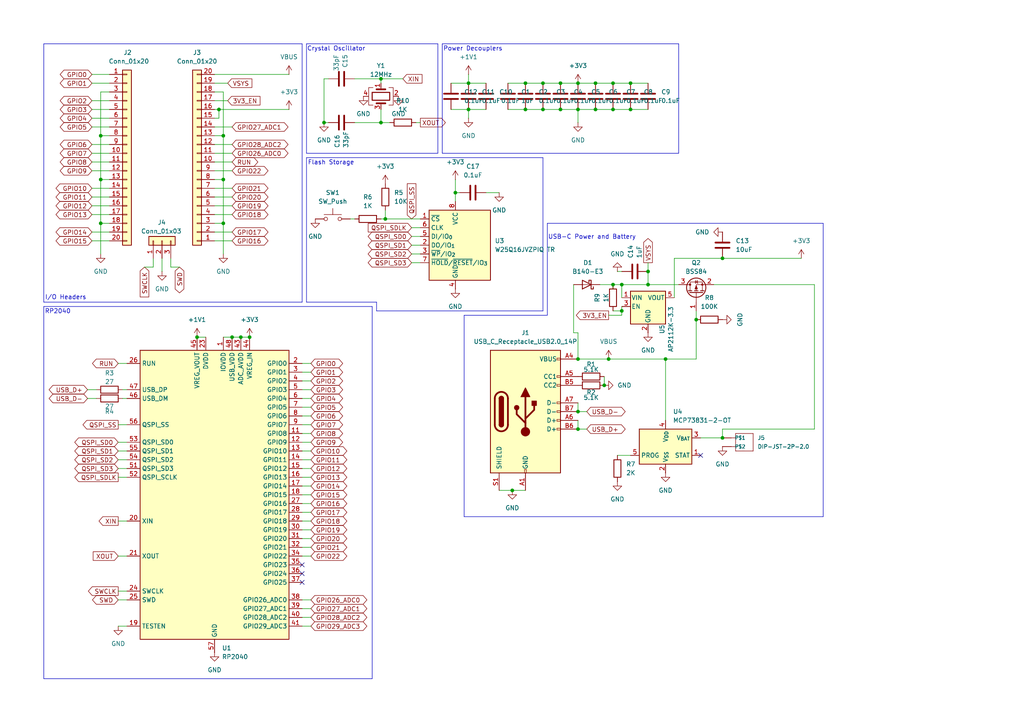
<source format=kicad_sch>
(kicad_sch (version 20250114) (generator "eeschema") (generator_version "9.0")
  (paper "A4")
  (lib_symbols
    (symbol "Battery_Management:MCP73831-2-OT"
      (property "Reference" "U" (at -7.62 6.35 0))
      (property "Value" "MCP73831-2-OT" (at 1.27 6.35 0))
      (symbol "MCP73831-2-OT_1_1"
        (pin input line (at -10.16 -2.54 0) (length 2.54) (name "PROG") (number "5"))
        (pin power_in line (at 0 7.62 270) (length 2.54) (name "V_{DD}") (number "4"))
        (pin power_in line (at 0 -7.62 90) (length 2.54) (name "V_{SS}") (number "2"))
        (pin power_out line (at 10.16 2.54 180) (length 2.54) (name "V_{BAT}") (number "3"))
        (pin tri_state line (at 10.16 -2.54 180) (length 2.54) (name "STAT") (number "1"))
      )
    )
    (symbol "Connector:USB_C_Receptacle_USB2.0_14P" (pin_names (offset 1.016))
      (property "Reference" "J" (at 0 22.225 0))
      (property "Value" "USB_C_Receptacle_USB2.0_14P" (at 0 19.685 0))
      (symbol "USB_C_Receptacle_USB2.0_14P_1_1"
        (pin passive line (at -7.62 -22.86 90) (length 5.08) (name "SHIELD") (number "S1"))
        (pin passive line (at 0 -22.86 90) (length 5.08) (name "GND") (number "A1"))
        (pin passive line (at 0 -22.86 90) (length 5.08) (hide yes) (name "GND") (number "A12"))
        (pin passive line (at 0 -22.86 90) (length 5.08) (hide yes) (name "GND") (number "B1"))
        (pin passive line (at 0 -22.86 90) (length 5.08) (hide yes) (name "GND") (number "B12"))
        (pin passive line (at 15.24 15.24 180) (length 5.08) (name "VBUS") (number "A4"))
        (pin passive line (at 15.24 15.24 180) (length 5.08) (hide yes) (name "VBUS") (number "A9"))
        (pin passive line (at 15.24 15.24 180) (length 5.08) (hide yes) (name "VBUS") (number "B4"))
        (pin passive line (at 15.24 15.24 180) (length 5.08) (hide yes) (name "VBUS") (number "B9"))
        (pin bidirectional line (at 15.24 10.16 180) (length 5.08) (name "CC1") (number "A5"))
        (pin bidirectional line (at 15.24 7.62 180) (length 5.08) (name "CC2") (number "B5"))
        (pin bidirectional line (at 15.24 2.54 180) (length 5.08) (name "D-") (number "A7"))
        (pin bidirectional line (at 15.24 0 180) (length 5.08) (name "D-") (number "B7"))
        (pin bidirectional line (at 15.24 -2.54 180) (length 5.08) (name "D+") (number "A6"))
        (pin bidirectional line (at 15.24 -5.08 180) (length 5.08) (name "D+") (number "B6"))
      )
    )
    (symbol "Connector_Generic:Conn_01x03" (pin_names (offset 1.016) (hide yes))
      (property "Reference" "J" (at 0 5.08 0))
      (property "Value" "Conn_01x03" (at 0 -5.08 0))
      (symbol "Conn_01x03_1_1"
        (pin passive line (at -5.08 2.54 0) (length 3.81) (name "Pin_1") (number "1"))
        (pin passive line (at -5.08 0 0) (length 3.81) (name "Pin_2") (number "2"))
        (pin passive line (at -5.08 -2.54 0) (length 3.81) (name "Pin_3") (number "3"))
      )
    )
    (symbol "Connector_Generic:Conn_01x20" (pin_names (offset 1.016) (hide yes))
      (property "Reference" "J" (at 0 25.4 0))
      (property "Value" "Conn_01x20" (at 0 -27.94 0))
      (symbol "Conn_01x20_1_1"
        (pin passive line (at -5.08 22.86 0) (length 3.81) (name "Pin_1") (number "1"))
        (pin passive line (at -5.08 20.32 0) (length 3.81) (name "Pin_2") (number "2"))
        (pin passive line (at -5.08 17.78 0) (length 3.81) (name "Pin_3") (number "3"))
        (pin passive line (at -5.08 15.24 0) (length 3.81) (name "Pin_4") (number "4"))
        (pin passive line (at -5.08 12.7 0) (length 3.81) (name "Pin_5") (number "5"))
        (pin passive line (at -5.08 10.16 0) (length 3.81) (name "Pin_6") (number "6"))
        (pin passive line (at -5.08 7.62 0) (length 3.81) (name "Pin_7") (number "7"))
        (pin passive line (at -5.08 5.08 0) (length 3.81) (name "Pin_8") (number "8"))
        (pin passive line (at -5.08 2.54 0) (length 3.81) (name "Pin_9") (number "9"))
        (pin passive line (at -5.08 0 0) (length 3.81) (name "Pin_10") (number "10"))
        (pin passive line (at -5.08 -2.54 0) (length 3.81) (name "Pin_11") (number "11"))
        (pin passive line (at -5.08 -5.08 0) (length 3.81) (name "Pin_12") (number "12"))
        (pin passive line (at -5.08 -7.62 0) (length 3.81) (name "Pin_13") (number "13"))
        (pin passive line (at -5.08 -10.16 0) (length 3.81) (name "Pin_14") (number "14"))
        (pin passive line (at -5.08 -12.7 0) (length 3.81) (name "Pin_15") (number "15"))
        (pin passive line (at -5.08 -15.24 0) (length 3.81) (name "Pin_16") (number "16"))
        (pin passive line (at -5.08 -17.78 0) (length 3.81) (name "Pin_17") (number "17"))
        (pin passive line (at -5.08 -20.32 0) (length 3.81) (name "Pin_18") (number "18"))
        (pin passive line (at -5.08 -22.86 0) (length 3.81) (name "Pin_19") (number "19"))
        (pin passive line (at -5.08 -25.4 0) (length 3.81) (name "Pin_20") (number "20"))
      )
    )
    (symbol "Device:C" (pin_numbers (hide yes)) (pin_names (offset 0.254))
      (property "Reference" "C" (at 0.635 2.54 0))
      (property "Value" "C" (at 0.635 -2.54 0))
      (symbol "C_1_1"
        (pin passive line (at 0 3.81 270) (length 2.794) (name "~") (number "1"))
        (pin passive line (at 0 -3.81 90) (length 2.794) (name "~") (number "2"))
      )
    )
    (symbol "Device:Crystal_GND24" (pin_names (offset 1.016) (hide yes))
      (property "Reference" "Y" (at 3.175 5.08 0))
      (property "Value" "Crystal_GND24" (at 3.175 3.175 0))
      (symbol "Crystal_GND24_1_1"
        (pin passive line (at -3.81 0 0) (length 1.27) (name "1") (number "1"))
        (pin passive line (at 0 5.08 270) (length 1.27) (name "2") (number "2"))
        (pin passive line (at 0 -5.08 90) (length 1.27) (name "4") (number "4"))
        (pin passive line (at 3.81 0 180) (length 1.27) (name "3") (number "3"))
      )
    )
    (symbol "Device:R" (pin_numbers (hide yes)) (pin_names (offset 0))
      (property "Reference" "R" (at 2.032 0 90))
      (property "Value" "R" (at 0 0 90))
      (symbol "R_1_1"
        (pin passive line (at 0 3.81 270) (length 1.27) (name "~") (number "1"))
        (pin passive line (at 0 -3.81 90) (length 1.27) (name "~") (number "2"))
      )
    )
    (symbol "Diode:B140-E3" (pin_numbers (hide yes)) (pin_names (hide yes))
      (property "Reference" "D" (at 0 2.54 0))
      (property "Value" "B140-E3" (at 0 -2.54 0))
      (symbol "B140-E3_1_1"
        (pin passive line (at -3.81 0 0) (length 2.54) (name "K") (number "1"))
        (pin passive line (at 3.81 0 180) (length 2.54) (name "A") (number "2"))
      )
    )
    (symbol "MCU_RaspberryPi:RP2040"
      (property "Reference" "U" (at 17.78 45.72 0))
      (property "Value" "RP2040" (at 17.78 43.18 0))
      (symbol "RP2040_1_1"
        (pin input line (at -25.4 38.1 0) (length 3.81) (name "RUN") (number "26"))
        (pin bidirectional line (at -25.4 30.48 0) (length 3.81) (name "USB_DP") (number "47"))
        (pin bidirectional line (at -25.4 27.94 0) (length 3.81) (name "USB_DM") (number "46"))
        (pin bidirectional line (at -25.4 20.32 0) (length 3.81) (name "QSPI_SS") (number "56"))
        (pin bidirectional line (at -25.4 15.24 0) (length 3.81) (name "QSPI_SD0") (number "53"))
        (pin bidirectional line (at -25.4 12.7 0) (length 3.81) (name "QSPI_SD1") (number "55"))
        (pin bidirectional line (at -25.4 10.16 0) (length 3.81) (name "QSPI_SD2") (number "54"))
        (pin bidirectional line (at -25.4 7.62 0) (length 3.81) (name "QSPI_SD3") (number "51"))
        (pin output line (at -25.4 5.08 0) (length 3.81) (name "QSPI_SCLK") (number "52"))
        (pin input line (at -25.4 -7.62 0) (length 3.81) (name "XIN") (number "20"))
        (pin passive line (at -25.4 -17.78 0) (length 3.81) (name "XOUT") (number "21"))
        (pin input line (at -25.4 -27.94 0) (length 3.81) (name "SWCLK") (number "24"))
        (pin bidirectional line (at -25.4 -30.48 0) (length 3.81) (name "SWD") (number "25"))
        (pin input line (at -25.4 -38.1 0) (length 3.81) (name "TESTEN") (number "19"))
        (pin power_out line (at -5.08 45.72 270) (length 3.81) (name "VREG_VOUT") (number "45"))
        (pin power_in line (at -2.54 45.72 270) (length 3.81) (name "DVDD") (number "23"))
        (pin passive line (at -2.54 45.72 270) (length 3.81) (hide yes) (name "DVDD") (number "50"))
        (pin power_in line (at 0 -45.72 90) (length 3.81) (name "GND") (number "57"))
        (pin power_in line (at 2.54 45.72 270) (length 3.81) (name "IOVDD") (number "1"))
        (pin passive line (at 2.54 45.72 270) (length 3.81) (hide yes) (name "IOVDD") (number "10"))
        (pin passive line (at 2.54 45.72 270) (length 3.81) (hide yes) (name "IOVDD") (number "22"))
        (pin passive line (at 2.54 45.72 270) (length 3.81) (hide yes) (name "IOVDD") (number "33"))
        (pin passive line (at 2.54 45.72 270) (length 3.81) (hide yes) (name "IOVDD") (number "42"))
        (pin passive line (at 2.54 45.72 270) (length 3.81) (hide yes) (name "IOVDD") (number "49"))
        (pin power_in line (at 5.08 45.72 270) (length 3.81) (name "USB_VDD") (number "48"))
        (pin power_in line (at 7.62 45.72 270) (length 3.81) (name "ADC_AVDD") (number "43"))
        (pin power_in line (at 10.16 45.72 270) (length 3.81) (name "VREG_IN") (number "44"))
        (pin bidirectional line (at 25.4 38.1 180) (length 3.81) (name "GPIO0") (number "2"))
        (pin bidirectional line (at 25.4 35.56 180) (length 3.81) (name "GPIO1") (number "3"))
        (pin bidirectional line (at 25.4 33.02 180) (length 3.81) (name "GPIO2") (number "4"))
        (pin bidirectional line (at 25.4 30.48 180) (length 3.81) (name "GPIO3") (number "5"))
        (pin bidirectional line (at 25.4 27.94 180) (length 3.81) (name "GPIO4") (number "6"))
        (pin bidirectional line (at 25.4 25.4 180) (length 3.81) (name "GPIO5") (number "7"))
        (pin bidirectional line (at 25.4 22.86 180) (length 3.81) (name "GPIO6") (number "8"))
        (pin bidirectional line (at 25.4 20.32 180) (length 3.81) (name "GPIO7") (number "9"))
        (pin bidirectional line (at 25.4 17.78 180) (length 3.81) (name "GPIO8") (number "11"))
        (pin bidirectional line (at 25.4 15.24 180) (length 3.81) (name "GPIO9") (number "12"))
        (pin bidirectional line (at 25.4 12.7 180) (length 3.81) (name "GPIO10") (number "13"))
        (pin bidirectional line (at 25.4 10.16 180) (length 3.81) (name "GPIO11") (number "14"))
        (pin bidirectional line (at 25.4 7.62 180) (length 3.81) (name "GPIO12") (number "15"))
        (pin bidirectional line (at 25.4 5.08 180) (length 3.81) (name "GPIO13") (number "16"))
        (pin bidirectional line (at 25.4 2.54 180) (length 3.81) (name "GPIO14") (number "17"))
        (pin bidirectional line (at 25.4 0 180) (length 3.81) (name "GPIO15") (number "18"))
        (pin bidirectional line (at 25.4 -2.54 180) (length 3.81) (name "GPIO16") (number "27"))
        (pin bidirectional line (at 25.4 -5.08 180) (length 3.81) (name "GPIO17") (number "28"))
        (pin bidirectional line (at 25.4 -7.62 180) (length 3.81) (name "GPIO18") (number "29"))
        (pin bidirectional line (at 25.4 -10.16 180) (length 3.81) (name "GPIO19") (number "30"))
        (pin bidirectional line (at 25.4 -12.7 180) (length 3.81) (name "GPIO20") (number "31"))
        (pin bidirectional line (at 25.4 -15.24 180) (length 3.81) (name "GPIO21") (number "32"))
        (pin bidirectional line (at 25.4 -17.78 180) (length 3.81) (name "GPIO22") (number "34"))
        (pin bidirectional line (at 25.4 -20.32 180) (length 3.81) (name "GPIO23") (number "35"))
        (pin bidirectional line (at 25.4 -22.86 180) (length 3.81) (name "GPIO24") (number "36"))
        (pin bidirectional line (at 25.4 -25.4 180) (length 3.81) (name "GPIO25") (number "37"))
        (pin bidirectional line (at 25.4 -30.48 180) (length 3.81) (name "GPIO26_ADC0") (number "38"))
        (pin bidirectional line (at 25.4 -33.02 180) (length 3.81) (name "GPIO27_ADC1") (number "39"))
        (pin bidirectional line (at 25.4 -35.56 180) (length 3.81) (name "GPIO28_ADC2") (number "40"))
        (pin bidirectional line (at 25.4 -38.1 180) (length 3.81) (name "GPIO29_ADC3") (number "41"))
      )
    )
    (symbol "Memory_Flash:W25Q128JVS"
      (property "Reference" "U" (at -6.35 11.43 0))
      (property "Value" "W25Q128JVS" (at 7.62 11.43 0))
      (symbol "W25Q128JVS_1_1"
        (pin input line (at -10.16 7.62 0) (length 2.54) (name "~{CS}") (number "1"))
        (pin input line (at -10.16 5.08 0) (length 2.54) (name "CLK") (number "6"))
        (pin bidirectional line (at -10.16 2.54 0) (length 2.54) (name "DI/IO_{0}") (number "5"))
        (pin bidirectional line (at -10.16 0 0) (length 2.54) (name "DO/IO_{1}") (number "2"))
        (pin bidirectional line (at -10.16 -2.54 0) (length 2.54) (name "~{WP}/IO_{2}") (number "3"))
        (pin bidirectional line (at -10.16 -5.08 0) (length 2.54) (name "~{HOLD}/~{RESET}/IO_{3}") (number "7"))
        (pin power_in line (at 0 12.7 270) (length 2.54) (name "VCC") (number "8"))
        (pin power_in line (at 0 -12.7 90) (length 2.54) (name "GND") (number "4"))
      )
    )
    (symbol "OPL_Connector:DIP-JST-2P-2.0" (pin_numbers (hide yes)) (pin_names (offset 1.016))
      (property "Reference" "J" (at -3.81 3.81 0))
      (property "Value" "DIP-JST-2P-2.0" (at 2.54 3.81 0))
      (symbol "DIP-JST-2P-2.0_1_1"
        (pin bidirectional line (at -2.54 1.27 0) (length 2.54) (name "P$1") (number "1"))
        (pin bidirectional line (at -2.54 -1.27 0) (length 2.54) (name "P$2") (number "2"))
      )
    )
    (symbol "Regulator_Linear:AP2112K-3.3" (pin_names (offset 0.254))
      (property "Reference" "U" (at -5.08 5.715 0))
      (property "Value" "AP2112K-3.3" (at 0 5.715 0))
      (symbol "AP2112K-3.3_1_1"
        (pin power_in line (at -7.62 2.54 0) (length 2.54) (name "VIN") (number "1"))
        (pin input line (at -7.62 0 0) (length 2.54) (name "EN") (number "3"))
        (pin power_in line (at 0 -7.62 90) (length 2.54) (name "GND") (number "2"))
        (pin no_connect line (at 5.08 0 180) (length 2.54) (hide yes) (name "NC") (number "4"))
        (pin power_out line (at 7.62 2.54 180) (length 2.54) (name "VOUT") (number "5"))
      )
    )
    (symbol "Switch:SW_Push" (pin_numbers (hide yes)) (pin_names (offset 1.016) (hide yes))
      (property "Reference" "SW" (at 1.27 2.54 0))
      (property "Value" "SW_Push" (at 0 -1.524 0))
      (symbol "SW_Push_0_1"
        (pin passive line (at -5.08 0 0) (length 2.54) (name "1") (number "1"))
        (pin passive line (at 5.08 0 180) (length 2.54) (name "2") (number "2"))
      )
    )
    (symbol "Transistor_FET:BSS84" (pin_names (hide yes))
      (property "Reference" "Q" (at 5.08 1.905 0))
      (property "Value" "BSS84" (at 5.08 0 0))
      (symbol "BSS84_1_1"
        (pin input line (at -5.08 0 0) (length 2.54) (name "G") (number "1"))
        (pin passive line (at 2.54 5.08 270) (length 2.54) (name "D") (number "3"))
        (pin passive line (at 2.54 -5.08 90) (length 2.54) (name "S") (number "2"))
      )
    )
    (symbol "power:+1V1" (power) (pin_numbers (hide yes)) (pin_names (offset 0) (hide yes))
      (property "Value" "+1V1" (at 0 3.556 0))
      (symbol "+1V1_1_1"
        (pin power_in line (at 0 0 90) (length 0) (name "~") (number "1"))
      )
    )
    (symbol "power:+3V3" (power) (pin_numbers (hide yes)) (pin_names (offset 0) (hide yes))
      (property "Value" "+3V3" (at 0 3.556 0))
      (symbol "+3V3_1_1"
        (pin power_in line (at 0 0 90) (length 0) (name "~") (number "1"))
      )
    )
    (symbol "power:GND" (power) (pin_numbers (hide yes)) (pin_names (offset 0) (hide yes))
      (property "Value" "GND" (at 0 -3.81 0))
      (symbol "GND_1_1"
        (pin power_in line (at 0 0 270) (length 0) (name "~") (number "1"))
      )
    )
    (symbol "power:VBUS" (power) (pin_numbers (hide yes)) (pin_names (offset 0) (hide yes))
      (property "Value" "VBUS" (at 0 3.556 0))
      (symbol "VBUS_1_1"
        (pin power_in line (at 0 0 90) (length 0) (name "~") (number "1"))
      )
    )
  )
  (text "Power Decouplers\n" (at 137.16 14.224 0) (effects (font (size 1.27 1.27))))
  (text "Flash Storage\n" (at 96.012 47.244 0) (effects (font (size 1.27 1.27))))
  (text "Crystal Oscillator\n" (at 97.536 14.224 0) (effects (font (size 1.27 1.27))))
  (text "USB-C Power and Battery" (at 171.704 68.834 0) (effects (font (size 1.27 1.27))))
  (text "RP2040" (at 16.764 90.424 0) (effects (font (size 1.27 1.27))))
  (text "I/O Headers\n" (at 19.05 86.36 0) (effects (font (size 1.27 1.27))))
  (junction (at 69.85 97.79))
  (junction (at 187.96 78.74))
  (junction (at 177.8 24.13))
  (junction (at 29.21 39.37))
  (junction (at 176.53 104.14))
  (junction (at 175.26 111.76))
  (junction (at 148.59 142.24))
  (junction (at 180.34 82.55))
  (junction (at 64.77 39.37))
  (junction (at 177.8 82.55))
  (junction (at 63.5 31.75))
  (junction (at 67.31 97.79))
  (junction (at 110.49 35.56))
  (junction (at 182.88 31.75))
  (junction (at 29.21 52.07))
  (junction (at 167.64 104.14))
  (junction (at 209.55 74.93))
  (junction (at 157.48 24.13))
  (junction (at 111.76 63.5))
  (junction (at 162.56 31.75))
  (junction (at 157.48 31.75))
  (junction (at 72.39 97.79))
  (junction (at 182.88 24.13))
  (junction (at 64.77 64.77))
  (junction (at 167.64 119.38))
  (junction (at 110.49 22.86))
  (junction (at 29.21 64.77))
  (junction (at 132.08 55.88))
  (junction (at 180.34 90.17))
  (junction (at 167.64 24.13))
  (junction (at 172.72 24.13))
  (junction (at 177.8 31.75))
  (junction (at 57.15 97.79))
  (junction (at 64.77 52.07))
  (junction (at 187.96 82.55))
  (junction (at 135.89 24.13))
  (junction (at 152.4 24.13))
  (junction (at 162.56 24.13))
  (junction (at 93.98 35.56))
  (junction (at 135.89 31.75))
  (junction (at 209.55 127))
  (junction (at 201.93 92.71))
  (junction (at 193.04 104.14))
  (junction (at 167.64 124.46))
  (junction (at 172.72 31.75))
  (junction (at 167.64 31.75))
  (junction (at 152.4 31.75))
  (no_connect (at 87.63 168.91))
  (no_connect (at 87.63 163.83))
  (no_connect (at 87.63 166.37))
  (no_connect (at 203.2 132.08))
  (wire (pts (xy 132.08 55.88) (xy 132.08 58.42)))
  (wire (pts (xy 26.67 67.31) (xy 31.75 67.31)))
  (wire (pts (xy 62.23 67.31) (xy 67.31 67.31)))
  (wire (pts (xy 26.67 29.21) (xy 31.75 29.21)))
  (wire (pts (xy 64.77 39.37) (xy 64.77 52.07)))
  (wire (pts (xy 64.77 64.77) (xy 64.77 73.66)))
  (wire (pts (xy 29.21 26.67) (xy 29.21 39.37)))
  (polyline (pts (xy 238.76 64.77) (xy 238.76 149.86)))
  (wire (pts (xy 148.59 142.24) (xy 152.4 142.24)))
  (wire (pts (xy 132.08 52.07) (xy 132.08 55.88)))
  (wire (pts (xy 87.63 179.07) (xy 90.17 179.07)))
  (wire (pts (xy 166.37 82.55) (xy 166.37 96.52)))
  (wire (pts (xy 176.53 91.44) (xy 180.34 91.44)))
  (wire (pts (xy 93.98 22.86) (xy 95.25 22.86)))
  (wire (pts (xy 167.64 96.52) (xy 167.64 104.14)))
  (polyline (pts (xy 12.7 88.9) (xy 107.95 88.9)))
  (polyline (pts (xy 87.63 12.7) (xy 87.63 87.63)))
  (polyline (pts (xy 127 12.7) (xy 127 44.45)))
  (wire (pts (xy 29.21 39.37) (xy 29.21 52.07)))
  (wire (pts (xy 29.21 39.37) (xy 31.75 39.37)))
  (polyline (pts (xy 109.22 90.17) (xy 109.22 87.63)))
  (wire (pts (xy 49.53 77.47) (xy 52.07 77.47)))
  (wire (pts (xy 29.21 64.77) (xy 31.75 64.77)))
  (wire (pts (xy 26.67 69.85) (xy 31.75 69.85)))
  (wire (pts (xy 26.67 57.15) (xy 31.75 57.15)))
  (wire (pts (xy 87.63 107.95) (xy 90.17 107.95)))
  (wire (pts (xy 101.6 63.5) (xy 102.87 63.5)))
  (wire (pts (xy 29.21 64.77) (xy 29.21 73.66)))
  (wire (pts (xy 26.67 36.83) (xy 31.75 36.83)))
  (wire (pts (xy 25.4 113.03) (xy 27.94 113.03)))
  (wire (pts (xy 87.63 118.11) (xy 90.17 118.11)))
  (wire (pts (xy 62.23 69.85) (xy 67.31 69.85)))
  (wire (pts (xy 87.63 105.41) (xy 90.17 105.41)))
  (wire (pts (xy 34.29 133.35) (xy 36.83 133.35)))
  (wire (pts (xy 49.53 74.93) (xy 49.53 77.47)))
  (wire (pts (xy 193.04 104.14) (xy 201.93 104.14)))
  (wire (pts (xy 102.87 35.56) (xy 110.49 35.56)))
  (wire (pts (xy 195.58 74.93) (xy 209.55 74.93)))
  (wire (pts (xy 180.34 91.44) (xy 180.34 90.17)))
  (wire (pts (xy 87.63 125.73) (xy 90.17 125.73)))
  (wire (pts (xy 57.15 97.79) (xy 59.69 97.79)))
  (wire (pts (xy 62.23 34.29) (xy 63.5 34.29)))
  (wire (pts (xy 140.97 55.88) (xy 144.78 55.88)))
  (wire (pts (xy 180.34 82.55) (xy 180.34 86.36)))
  (wire (pts (xy 87.63 140.97) (xy 90.17 140.97)))
  (wire (pts (xy 34.29 173.99) (xy 36.83 173.99)))
  (wire (pts (xy 87.63 110.49) (xy 90.17 110.49)))
  (wire (pts (xy 175.26 109.22) (xy 175.26 111.76)))
  (wire (pts (xy 182.88 24.13) (xy 187.96 24.13)))
  (polyline (pts (xy 107.95 196.85) (xy 12.7 196.85)))
  (wire (pts (xy 111.76 63.5) (xy 121.92 63.5)))
  (wire (pts (xy 62.23 39.37) (xy 64.77 39.37)))
  (wire (pts (xy 167.64 121.92) (xy 167.64 124.46)))
  (wire (pts (xy 62.23 21.59) (xy 83.82 21.59)))
  (wire (pts (xy 187.96 78.74) (xy 187.96 82.55)))
  (wire (pts (xy 147.32 31.75) (xy 152.4 31.75)))
  (wire (pts (xy 34.29 128.27) (xy 36.83 128.27)))
  (wire (pts (xy 44.45 77.47) (xy 41.91 77.47)))
  (wire (pts (xy 157.48 31.75) (xy 162.56 31.75)))
  (wire (pts (xy 25.4 115.57) (xy 27.94 115.57)))
  (wire (pts (xy 130.81 24.13) (xy 135.89 24.13)))
  (wire (pts (xy 62.23 57.15) (xy 67.31 57.15)))
  (wire (pts (xy 172.72 24.13) (xy 177.8 24.13)))
  (wire (pts (xy 119.38 73.66) (xy 121.92 73.66)))
  (wire (pts (xy 147.32 24.13) (xy 152.4 24.13)))
  (wire (pts (xy 34.29 105.41) (xy 36.83 105.41)))
  (polyline (pts (xy 12.7 12.7) (xy 87.63 12.7)))
  (wire (pts (xy 62.23 24.13) (xy 66.04 24.13)))
  (wire (pts (xy 87.63 128.27) (xy 90.17 128.27)))
  (wire (pts (xy 110.49 22.86) (xy 116.84 22.86)))
  (wire (pts (xy 87.63 156.21) (xy 90.17 156.21)))
  (wire (pts (xy 62.23 49.53) (xy 67.31 49.53)))
  (wire (pts (xy 176.53 104.14) (xy 193.04 104.14)))
  (wire (pts (xy 167.64 119.38) (xy 170.18 119.38)))
  (wire (pts (xy 209.55 74.93) (xy 232.41 74.93)))
  (polyline (pts (xy 109.22 87.63) (xy 88.9 87.63)))
  (polyline (pts (xy 157.48 45.72) (xy 157.48 90.17)))
  (polyline (pts (xy 127 44.45) (xy 88.9 44.45)))
  (wire (pts (xy 87.63 143.51) (xy 90.17 143.51)))
  (wire (pts (xy 62.23 54.61) (xy 67.31 54.61)))
  (wire (pts (xy 87.63 158.75) (xy 90.17 158.75)))
  (wire (pts (xy 179.07 78.74) (xy 180.34 78.74)))
  (polyline (pts (xy 134.62 91.44) (xy 134.62 149.86)))
  (wire (pts (xy 201.93 92.71) (xy 201.93 104.14)))
  (wire (pts (xy 236.22 124.46) (xy 209.55 124.46)))
  (wire (pts (xy 119.38 71.12) (xy 121.92 71.12)))
  (wire (pts (xy 177.8 90.17) (xy 180.34 90.17)))
  (wire (pts (xy 195.58 74.93) (xy 195.58 86.36)))
  (wire (pts (xy 44.45 74.93) (xy 44.45 77.47)))
  (wire (pts (xy 152.4 24.13) (xy 157.48 24.13)))
  (polyline (pts (xy 88.9 45.72) (xy 157.48 45.72)))
  (wire (pts (xy 62.23 59.69) (xy 67.31 59.69)))
  (wire (pts (xy 62.23 29.21) (xy 66.04 29.21)))
  (wire (pts (xy 173.99 82.55) (xy 177.8 82.55)))
  (wire (pts (xy 26.67 24.13) (xy 31.75 24.13)))
  (wire (pts (xy 87.63 138.43) (xy 90.17 138.43)))
  (wire (pts (xy 64.77 26.67) (xy 64.77 39.37)))
  (wire (pts (xy 62.23 62.23) (xy 67.31 62.23)))
  (wire (pts (xy 87.63 133.35) (xy 90.17 133.35)))
  (wire (pts (xy 236.22 82.55) (xy 236.22 124.46)))
  (wire (pts (xy 26.67 59.69) (xy 31.75 59.69)))
  (polyline (pts (xy 88.9 12.7) (xy 88.9 44.45)))
  (polyline (pts (xy 158.75 64.77) (xy 158.75 91.44)))
  (wire (pts (xy 62.23 31.75) (xy 63.5 31.75)))
  (wire (pts (xy 203.2 127) (xy 209.55 127)))
  (wire (pts (xy 135.89 24.13) (xy 140.97 24.13)))
  (wire (pts (xy 26.67 49.53) (xy 31.75 49.53)))
  (wire (pts (xy 93.98 22.86) (xy 93.98 35.56)))
  (wire (pts (xy 34.29 181.61) (xy 36.83 181.61)))
  (wire (pts (xy 26.67 54.61) (xy 31.75 54.61)))
  (wire (pts (xy 31.75 26.67) (xy 29.21 26.67)))
  (wire (pts (xy 87.63 123.19) (xy 90.17 123.19)))
  (wire (pts (xy 135.89 31.75) (xy 140.97 31.75)))
  (wire (pts (xy 177.8 31.75) (xy 182.88 31.75)))
  (wire (pts (xy 167.64 104.14) (xy 176.53 104.14)))
  (polyline (pts (xy 12.7 88.9) (xy 12.7 196.85)))
  (wire (pts (xy 62.23 41.91) (xy 67.31 41.91)))
  (wire (pts (xy 187.96 76.2) (xy 187.96 78.74)))
  (wire (pts (xy 87.63 146.05) (xy 90.17 146.05)))
  (wire (pts (xy 180.34 90.17) (xy 180.34 88.9)))
  (wire (pts (xy 64.77 97.79) (xy 67.31 97.79)))
  (wire (pts (xy 102.87 22.86) (xy 110.49 22.86)))
  (wire (pts (xy 87.63 161.29) (xy 90.17 161.29)))
  (wire (pts (xy 132.08 55.88) (xy 133.35 55.88)))
  (polyline (pts (xy 134.62 149.86) (xy 238.76 149.86)))
  (wire (pts (xy 207.01 82.55) (xy 236.22 82.55)))
  (wire (pts (xy 110.49 22.86) (xy 110.49 24.13)))
  (polyline (pts (xy 12.7 12.7) (xy 12.7 87.63)))
  (wire (pts (xy 87.63 113.03) (xy 90.17 113.03)))
  (wire (pts (xy 135.89 21.59) (xy 135.89 24.13)))
  (wire (pts (xy 26.67 31.75) (xy 31.75 31.75)))
  (wire (pts (xy 162.56 31.75) (xy 167.64 31.75)))
  (wire (pts (xy 119.38 76.2) (xy 121.92 76.2)))
  (wire (pts (xy 26.67 44.45) (xy 31.75 44.45)))
  (wire (pts (xy 35.56 115.57) (xy 36.83 115.57)))
  (wire (pts (xy 162.56 24.13) (xy 167.64 24.13)))
  (wire (pts (xy 26.67 62.23) (xy 31.75 62.23)))
  (wire (pts (xy 179.07 132.08) (xy 182.88 132.08)))
  (wire (pts (xy 29.21 52.07) (xy 31.75 52.07)))
  (wire (pts (xy 87.63 181.61) (xy 90.17 181.61)))
  (wire (pts (xy 35.56 113.03) (xy 36.83 113.03)))
  (polyline (pts (xy 157.48 90.17) (xy 109.22 90.17)))
  (wire (pts (xy 34.29 135.89) (xy 36.83 135.89)))
  (wire (pts (xy 34.29 123.19) (xy 36.83 123.19)))
  (wire (pts (xy 87.63 130.81) (xy 90.17 130.81)))
  (wire (pts (xy 120.65 35.56) (xy 121.92 35.56)))
  (wire (pts (xy 187.96 82.55) (xy 196.85 82.55)))
  (polyline (pts (xy 107.95 88.9) (xy 107.95 196.85)))
  (polyline (pts (xy 238.76 64.77) (xy 158.75 64.77)))
  (polyline (pts (xy 128.27 12.7) (xy 196.85 12.7)))
  (wire (pts (xy 34.29 161.29) (xy 36.83 161.29)))
  (wire (pts (xy 62.23 64.77) (xy 64.77 64.77)))
  (wire (pts (xy 87.63 148.59) (xy 90.17 148.59)))
  (wire (pts (xy 26.67 46.99) (xy 31.75 46.99)))
  (polyline (pts (xy 87.63 87.63) (xy 12.7 87.63)))
  (polyline (pts (xy 196.85 44.45) (xy 196.85 12.7)))
  (wire (pts (xy 62.23 44.45) (xy 67.31 44.45)))
  (wire (pts (xy 87.63 153.67) (xy 90.17 153.67)))
  (wire (pts (xy 201.93 90.17) (xy 201.93 92.71)))
  (wire (pts (xy 34.29 171.45) (xy 36.83 171.45)))
  (wire (pts (xy 182.88 31.75) (xy 187.96 31.75)))
  (wire (pts (xy 26.67 41.91) (xy 31.75 41.91)))
  (wire (pts (xy 172.72 31.75) (xy 177.8 31.75)))
  (wire (pts (xy 87.63 135.89) (xy 90.17 135.89)))
  (wire (pts (xy 62.23 52.07) (xy 64.77 52.07)))
  (wire (pts (xy 69.85 97.79) (xy 72.39 97.79)))
  (wire (pts (xy 46.99 74.93) (xy 46.99 78.74)))
  (wire (pts (xy 180.34 82.55) (xy 187.96 82.55)))
  (wire (pts (xy 144.78 142.24) (xy 148.59 142.24)))
  (wire (pts (xy 87.63 120.65) (xy 90.17 120.65)))
  (polyline (pts (xy 128.27 12.7) (xy 128.27 44.45)))
  (polyline (pts (xy 88.9 12.7) (xy 127 12.7)))
  (wire (pts (xy 62.23 26.67) (xy 64.77 26.67)))
  (wire (pts (xy 110.49 63.5) (xy 111.76 63.5)))
  (wire (pts (xy 119.38 68.58) (xy 121.92 68.58)))
  (wire (pts (xy 130.81 31.75) (xy 135.89 31.75)))
  (wire (pts (xy 34.29 138.43) (xy 36.83 138.43)))
  (wire (pts (xy 93.98 35.56) (xy 95.25 35.56)))
  (wire (pts (xy 167.64 116.84) (xy 167.64 119.38)))
  (wire (pts (xy 177.8 24.13) (xy 182.88 24.13)))
  (wire (pts (xy 166.37 96.52) (xy 167.64 96.52)))
  (wire (pts (xy 87.63 151.13) (xy 90.17 151.13)))
  (wire (pts (xy 167.64 31.75) (xy 172.72 31.75)))
  (polyline (pts (xy 88.9 45.72) (xy 88.9 87.63)))
  (wire (pts (xy 87.63 115.57) (xy 90.17 115.57)))
  (wire (pts (xy 177.8 83.82) (xy 177.8 82.55)))
  (wire (pts (xy 29.21 52.07) (xy 29.21 64.77)))
  (wire (pts (xy 67.31 97.79) (xy 69.85 97.79)))
  (wire (pts (xy 177.8 82.55) (xy 180.34 82.55)))
  (wire (pts (xy 34.29 130.81) (xy 36.83 130.81)))
  (wire (pts (xy 63.5 34.29) (xy 63.5 31.75)))
  (wire (pts (xy 110.49 35.56) (xy 113.03 35.56)))
  (wire (pts (xy 63.5 31.75) (xy 83.82 31.75)))
  (wire (pts (xy 26.67 34.29) (xy 31.75 34.29)))
  (wire (pts (xy 87.63 176.53) (xy 90.17 176.53)))
  (polyline (pts (xy 128.27 44.45) (xy 196.85 44.45)))
  (wire (pts (xy 111.76 60.96) (xy 111.76 63.5)))
  (wire (pts (xy 152.4 31.75) (xy 157.48 31.75)))
  (wire (pts (xy 209.55 124.46) (xy 209.55 127)))
  (wire (pts (xy 62.23 36.83) (xy 67.31 36.83)))
  (wire (pts (xy 62.23 46.99) (xy 67.31 46.99)))
  (wire (pts (xy 135.89 34.29) (xy 135.89 31.75)))
  (polyline (pts (xy 158.75 91.44) (xy 134.62 91.44)))
  (wire (pts (xy 34.29 151.13) (xy 36.83 151.13)))
  (wire (pts (xy 87.63 173.99) (xy 90.17 173.99)))
  (wire (pts (xy 167.64 24.13) (xy 172.72 24.13)))
  (wire (pts (xy 26.67 21.59) (xy 31.75 21.59)))
  (wire (pts (xy 64.77 52.07) (xy 64.77 64.77)))
  (wire (pts (xy 119.38 66.04) (xy 121.92 66.04)))
  (wire (pts (xy 167.64 35.56) (xy 167.64 31.75)))
  (wire (pts (xy 167.64 124.46) (xy 170.18 124.46)))
  (wire (pts (xy 157.48 24.13) (xy 162.56 24.13)))
  (wire (pts (xy 110.49 35.56) (xy 110.49 31.75)))
  (wire (pts (xy 193.04 121.92) (xy 193.04 104.14)))
  (global_label "USB_D-" (shape bidirectional) (at 170.18 119.38 0) (property "Intersheetrefs" "${INTERSHEET_REFS}" (effects (hide yes))))
  (global_label "GPIO29_ADC3" (shape bidirectional) (at 90.17 181.61 0) (property "Intersheetrefs" "${INTERSHEET_REFS}" (effects (hide yes))))
  (global_label "SWD" (shape bidirectional) (at 52.07 77.47 270) (property "Intersheetrefs" "${INTERSHEET_REFS}" (effects (hide yes))))
  (global_label "GPIO15" (shape bidirectional) (at 26.67 69.85 180) (property "Intersheetrefs" "${INTERSHEET_REFS}" (effects (hide yes))))
  (global_label "GPIO5" (shape bidirectional) (at 90.17 118.11 0) (property "Intersheetrefs" "${INTERSHEET_REFS}" (effects (hide yes))))
  (global_label "GPIO9" (shape bidirectional) (at 26.67 49.53 180) (property "Intersheetrefs" "${INTERSHEET_REFS}" (effects (hide yes))))
  (global_label "GPIO22" (shape bidirectional) (at 67.31 49.53 0) (property "Intersheetrefs" "${INTERSHEET_REFS}" (effects (hide yes))))
  (global_label "GPIO2" (shape bidirectional) (at 90.17 110.49 0) (property "Intersheetrefs" "${INTERSHEET_REFS}" (effects (hide yes))))
  (global_label "QSPI_SD0" (shape bidirectional) (at 119.38 68.58 180) (property "Intersheetrefs" "${INTERSHEET_REFS}" (effects (hide yes))))
  (global_label "GPIO21" (shape bidirectional) (at 67.31 54.61 0) (property "Intersheetrefs" "${INTERSHEET_REFS}" (effects (hide yes))))
  (global_label "GPIO8" (shape bidirectional) (at 26.67 46.99 180) (property "Intersheetrefs" "${INTERSHEET_REFS}" (effects (hide yes))))
  (global_label "GPIO20" (shape bidirectional) (at 67.31 57.15 0) (property "Intersheetrefs" "${INTERSHEET_REFS}" (effects (hide yes))))
  (global_label "GPIO14" (shape bidirectional) (at 26.67 67.31 180) (property "Intersheetrefs" "${INTERSHEET_REFS}" (effects (hide yes))))
  (global_label "GPIO4" (shape bidirectional) (at 26.67 34.29 180) (property "Intersheetrefs" "${INTERSHEET_REFS}" (effects (hide yes))))
  (global_label "GPIO15" (shape bidirectional) (at 90.17 143.51 0) (property "Intersheetrefs" "${INTERSHEET_REFS}" (effects (hide yes))))
  (global_label "GPIO27_ADC1" (shape bidirectional) (at 90.17 176.53 0) (property "Intersheetrefs" "${INTERSHEET_REFS}" (effects (hide yes))))
  (global_label "GPIO6" (shape bidirectional) (at 90.17 120.65 0) (property "Intersheetrefs" "${INTERSHEET_REFS}" (effects (hide yes))))
  (global_label "GPIO28_ADC2" (shape bidirectional) (at 67.31 41.91 0) (property "Intersheetrefs" "${INTERSHEET_REFS}" (effects (hide yes))))
  (global_label "GPIO18" (shape bidirectional) (at 67.31 62.23 0) (property "Intersheetrefs" "${INTERSHEET_REFS}" (effects (hide yes))))
  (global_label "GPIO27_ADC1" (shape bidirectional) (at 67.31 36.83 0) (property "Intersheetrefs" "${INTERSHEET_REFS}" (effects (hide yes))))
  (global_label "USB_D+" (shape bidirectional) (at 25.4 113.03 180) (property "Intersheetrefs" "${INTERSHEET_REFS}" (effects (hide yes))))
  (global_label "GPIO26_ADC0" (shape bidirectional) (at 90.17 173.99 0) (property "Intersheetrefs" "${INTERSHEET_REFS}" (effects (hide yes))))
  (global_label "GPIO18" (shape bidirectional) (at 90.17 151.13 0) (property "Intersheetrefs" "${INTERSHEET_REFS}" (effects (hide yes))))
  (global_label "GPIO1" (shape bidirectional) (at 26.67 24.13 180) (property "Intersheetrefs" "${INTERSHEET_REFS}" (effects (hide yes))))
  (global_label "QSPI_SDLK" (shape input) (at 119.38 66.04 180) (property "Intersheetrefs" "${INTERSHEET_REFS}" (effects (hide yes))))
  (global_label "GPIO12" (shape bidirectional) (at 26.67 59.69 180) (property "Intersheetrefs" "${INTERSHEET_REFS}" (effects (hide yes))))
  (global_label "QSPI_SS" (shape input) (at 119.38 63.5 90) (property "Intersheetrefs" "${INTERSHEET_REFS}" (effects (hide yes))))
  (global_label "GPIO10" (shape bidirectional) (at 90.17 130.81 0) (property "Intersheetrefs" "${INTERSHEET_REFS}" (effects (hide yes))))
  (global_label "GPIO5" (shape bidirectional) (at 26.67 36.83 180) (property "Intersheetrefs" "${INTERSHEET_REFS}" (effects (hide yes))))
  (global_label "QSPI_SD0" (shape bidirectional) (at 34.29 128.27 180) (property "Intersheetrefs" "${INTERSHEET_REFS}" (effects (hide yes))))
  (global_label "GPIO19" (shape bidirectional) (at 90.17 153.67 0) (property "Intersheetrefs" "${INTERSHEET_REFS}" (effects (hide yes))))
  (global_label "QSPI_SS" (shape output) (at 34.29 123.19 180) (property "Intersheetrefs" "${INTERSHEET_REFS}" (effects (hide yes))))
  (global_label "USB_D+" (shape bidirectional) (at 170.18 124.46 0) (property "Intersheetrefs" "${INTERSHEET_REFS}" (effects (hide yes))))
  (global_label "VSYS" (shape output) (at 187.96 76.2 90) (property "Intersheetrefs" "${INTERSHEET_REFS}" (effects (hide yes))))
  (global_label "GPIO10" (shape bidirectional) (at 26.67 54.61 180) (property "Intersheetrefs" "${INTERSHEET_REFS}" (effects (hide yes))))
  (global_label "GPIO12" (shape bidirectional) (at 90.17 135.89 0) (property "Intersheetrefs" "${INTERSHEET_REFS}" (effects (hide yes))))
  (global_label "XIN" (shape output) (at 34.29 151.13 180) (property "Intersheetrefs" "${INTERSHEET_REFS}" (effects (hide yes))))
  (global_label "GPIO13" (shape bidirectional) (at 90.17 138.43 0) (property "Intersheetrefs" "${INTERSHEET_REFS}" (effects (hide yes))))
  (global_label "GPIO26_ADC0" (shape bidirectional) (at 67.31 44.45 0) (property "Intersheetrefs" "${INTERSHEET_REFS}" (effects (hide yes))))
  (global_label "GPIO13" (shape bidirectional) (at 26.67 62.23 180) (property "Intersheetrefs" "${INTERSHEET_REFS}" (effects (hide yes))))
  (global_label "GPIO16" (shape bidirectional) (at 90.17 146.05 0) (property "Intersheetrefs" "${INTERSHEET_REFS}" (effects (hide yes))))
  (global_label "GPIO7" (shape bidirectional) (at 26.67 44.45 180) (property "Intersheetrefs" "${INTERSHEET_REFS}" (effects (hide yes))))
  (global_label "QSPI_SDLK" (shape output) (at 34.29 138.43 180) (property "Intersheetrefs" "${INTERSHEET_REFS}" (effects (hide yes))))
  (global_label "GPIO0" (shape bidirectional) (at 90.17 105.41 0) (property "Intersheetrefs" "${INTERSHEET_REFS}" (effects (hide yes))))
  (global_label "RUN" (shape bidirectional) (at 67.31 46.99 0) (property "Intersheetrefs" "${INTERSHEET_REFS}" (effects (hide yes))))
  (global_label "GPIO17" (shape bidirectional) (at 90.17 148.59 0) (property "Intersheetrefs" "${INTERSHEET_REFS}" (effects (hide yes))))
  (global_label "GPIO22" (shape bidirectional) (at 90.17 161.29 0) (property "Intersheetrefs" "${INTERSHEET_REFS}" (effects (hide yes))))
  (global_label "3V3_EN" (shape input) (at 66.04 29.21 0) (property "Intersheetrefs" "${INTERSHEET_REFS}" (effects (hide yes))))
  (global_label "XOUT" (shape output) (at 121.92 35.56 0) (property "Intersheetrefs" "${INTERSHEET_REFS}" (effects (hide yes))))
  (global_label "GPIO14" (shape bidirectional) (at 90.17 140.97 0) (property "Intersheetrefs" "${INTERSHEET_REFS}" (effects (hide yes))))
  (global_label "QSPI_SD3" (shape bidirectional) (at 34.29 135.89 180) (property "Intersheetrefs" "${INTERSHEET_REFS}" (effects (hide yes))))
  (global_label "GPIO0" (shape bidirectional) (at 26.67 21.59 180) (property "Intersheetrefs" "${INTERSHEET_REFS}" (effects (hide yes))))
  (global_label "GPIO3" (shape bidirectional) (at 26.67 31.75 180) (property "Intersheetrefs" "${INTERSHEET_REFS}" (effects (hide yes))))
  (global_label "GPIO17" (shape bidirectional) (at 67.31 67.31 0) (property "Intersheetrefs" "${INTERSHEET_REFS}" (effects (hide yes))))
  (global_label "QSPI_SD1" (shape bidirectional) (at 34.29 130.81 180) (property "Intersheetrefs" "${INTERSHEET_REFS}" (effects (hide yes))))
  (global_label "QSPI_SD2" (shape bidirectional) (at 119.38 73.66 180) (property "Intersheetrefs" "${INTERSHEET_REFS}" (effects (hide yes))))
  (global_label "XIN" (shape input) (at 116.84 22.86 0) (property "Intersheetrefs" "${INTERSHEET_REFS}" (effects (hide yes))))
  (global_label "3V3_EN" (shape output) (at 176.53 91.44 180) (property "Intersheetrefs" "${INTERSHEET_REFS}" (effects (hide yes))))
  (global_label "GPIO20" (shape bidirectional) (at 90.17 156.21 0) (property "Intersheetrefs" "${INTERSHEET_REFS}" (effects (hide yes))))
  (global_label "SWCLK" (shape input) (at 41.91 77.47 270) (property "Intersheetrefs" "${INTERSHEET_REFS}" (effects (hide yes))))
  (global_label "GPIO16" (shape bidirectional) (at 67.31 69.85 0) (property "Intersheetrefs" "${INTERSHEET_REFS}" (effects (hide yes))))
  (global_label "GPIO3" (shape bidirectional) (at 90.17 113.03 0) (property "Intersheetrefs" "${INTERSHEET_REFS}" (effects (hide yes))))
  (global_label "GPIO2" (shape bidirectional) (at 26.67 29.21 180) (property "Intersheetrefs" "${INTERSHEET_REFS}" (effects (hide yes))))
  (global_label "GPIO1" (shape bidirectional) (at 90.17 107.95 0) (property "Intersheetrefs" "${INTERSHEET_REFS}" (effects (hide yes))))
  (global_label "GPIO28_ADC2" (shape bidirectional) (at 90.17 179.07 0) (property "Intersheetrefs" "${INTERSHEET_REFS}" (effects (hide yes))))
  (global_label "GPIO7" (shape bidirectional) (at 90.17 123.19 0) (property "Intersheetrefs" "${INTERSHEET_REFS}" (effects (hide yes))))
  (global_label "SWD" (shape bidirectional) (at 34.29 173.99 180) (property "Intersheetrefs" "${INTERSHEET_REFS}" (effects (hide yes))))
  (global_label "GPIO21" (shape bidirectional) (at 90.17 158.75 0) (property "Intersheetrefs" "${INTERSHEET_REFS}" (effects (hide yes))))
  (global_label "GPIO19" (shape bidirectional) (at 67.31 59.69 0) (property "Intersheetrefs" "${INTERSHEET_REFS}" (effects (hide yes))))
  (global_label "QSPI_SD2" (shape bidirectional) (at 34.29 133.35 180) (property "Intersheetrefs" "${INTERSHEET_REFS}" (effects (hide yes))))
  (global_label "VSYS" (shape input) (at 66.04 24.13 0) (property "Intersheetrefs" "${INTERSHEET_REFS}" (effects (hide yes))))
  (global_label "GPIO11" (shape bidirectional) (at 90.17 133.35 0) (property "Intersheetrefs" "${INTERSHEET_REFS}" (effects (hide yes))))
  (global_label "GPIO11" (shape bidirectional) (at 26.67 57.15 180) (property "Intersheetrefs" "${INTERSHEET_REFS}" (effects (hide yes))))
  (global_label "XOUT" (shape input) (at 34.29 161.29 180) (property "Intersheetrefs" "${INTERSHEET_REFS}" (effects (hide yes))))
  (global_label "GPIO8" (shape bidirectional) (at 90.17 125.73 0) (property "Intersheetrefs" "${INTERSHEET_REFS}" (effects (hide yes))))
  (global_label "QSPI_SD3" (shape bidirectional) (at 119.38 76.2 180) (property "Intersheetrefs" "${INTERSHEET_REFS}" (effects (hide yes))))
  (global_label "GPIO9" (shape bidirectional) (at 90.17 128.27 0) (property "Intersheetrefs" "${INTERSHEET_REFS}" (effects (hide yes))))
  (global_label "GPIO6" (shape bidirectional) (at 26.67 41.91 180) (property "Intersheetrefs" "${INTERSHEET_REFS}" (effects (hide yes))))
  (global_label "QSPI_SD1" (shape bidirectional) (at 119.38 71.12 180) (property "Intersheetrefs" "${INTERSHEET_REFS}" (effects (hide yes))))
  (global_label "RUN" (shape bidirectional) (at 34.29 105.41 180) (property "Intersheetrefs" "${INTERSHEET_REFS}" (effects (hide yes))))
  (global_label "SWCLK" (shape output) (at 34.29 171.45 180) (property "Intersheetrefs" "${INTERSHEET_REFS}" (effects (hide yes))))
  (global_label "GPIO4" (shape bidirectional) (at 90.17 115.57 0) (property "Intersheetrefs" "${INTERSHEET_REFS}" (effects (hide yes))))
  (global_label "USB_D-" (shape bidirectional) (at 25.4 115.57 180) (property "Intersheetrefs" "${INTERSHEET_REFS}" (effects (hide yes))))
  (symbol (lib_id "power:GND") (at 105.41 27.94 0) (unit 1)
    (property "Reference" "#PWR012" (effects (hide yes)))
    (property "Value" "GND" (at 105.41 33.02 0))
    (property "Description" "Power symbol creates a global label with name \"GND\" , ground" (effects (hide yes)))
  )
  (symbol (lib_id "Device:C") (at 162.56 27.94 0) (unit 1)
    (property "Reference" "C4" (at 166.37 26.6699 0) (effects (justify left)))
    (property "Value" "0.1uF" (at 166.37 29.2099 0) (effects (justify left)))
    (property "Footprint" "Capacitor_SMD:C_0402_1005Metric" (effects (hide yes)))
    (property "Description" "Unpolarized capacitor" (effects (hide yes)))
  )
  (symbol (lib_id "power:GND") (at 148.59 142.24 0) (unit 1)
    (property "Reference" "#PWR08" (effects (hide yes)))
    (property "Value" "GND" (at 148.59 147.32 0))
    (property "Description" "Power symbol creates a global label with name \"GND\" , ground" (effects (hide yes)))
  )
  (symbol (lib_id "power:GND") (at 132.08 83.82 0) (unit 1)
    (property "Reference" "#PWR015" (effects (hide yes)))
    (property "Value" "GND" (at 132.08 88.9 0))
    (property "Description" "Power symbol creates a global label with name \"GND\" , ground" (effects (hide yes)))
  )
  (symbol (lib_id "Device:R") (at 205.74 92.71 90) (unit 1)
    (property "Reference" "R8" (at 205.74 86.36 90))
    (property "Value" "100K" (at 205.74 88.9 90))
    (property "Footprint" "Capacitor_SMD:C_0402_1005Metric" (effects (hide yes)))
    (property "Description" "Resistor" (effects (hide yes)))
  )
  (symbol (lib_id "Device:C") (at 137.16 55.88 90) (unit 1)
    (property "Reference" "C17" (at 137.16 48.26 90))
    (property "Value" "0.1uF" (at 137.16 50.8 90))
    (property "Footprint" "Capacitor_SMD:C_0402_1005Metric" (effects (hide yes)))
    (property "Description" "Unpolarized capacitor" (effects (hide yes)))
  )
  (symbol (lib_id "power:GND") (at 34.29 181.61 0) (unit 1)
    (property "Reference" "#PWR020" (effects (hide yes)))
    (property "Value" "GND" (at 34.29 186.69 0))
    (property "Description" "Power symbol creates a global label with name \"GND\" , ground" (effects (hide yes)))
  )
  (symbol (lib_id "power:+3V3") (at 83.82 31.75 0) (unit 1)
    (property "Reference" "#PWR023" (effects (hide yes)))
    (property "Value" "+3V3" (at 83.82 26.67 0))
    (property "Description" "Power symbol creates a global label with name \"+3V3\"" (effects (hide yes)))
  )
  (symbol (lib_id "Device:C") (at 187.96 27.94 0) (unit 1)
    (property "Reference" "C9" (at 191.77 26.6699 0) (effects (justify left)))
    (property "Value" "0.1uF" (at 191.77 29.2099 0) (effects (justify left)))
    (property "Footprint" "Capacitor_SMD:C_0402_1005Metric" (effects (hide yes)))
    (property "Description" "Unpolarized capacitor" (effects (hide yes)))
  )
  (symbol (lib_id "Regulator_Linear:AP2112K-3.3") (at 187.96 88.9 0) (unit 1)
    (property "Reference" "U5" (at 192.024 95.504 90))
    (property "Value" "AP2112K-3.3" (at 194.564 95.504 90))
    (property "Footprint" "Package_TO_SOT_SMD:SOT-23-5" (effects (hide yes)))
    (property "Datasheet" "https://www.diodes.com/assets/Datasheets/AP2112.pdf" (effects (hide yes)))
    (property "Description" "600mA low dropout linear regulator, with enable pin, 3.8V-6V input voltage range, 3.3V fixed positive output, SOT-23-5" (effects (hide yes)))
  )
  (symbol (lib_id "power:GND") (at 193.04 137.16 0) (unit 1)
    (property "Reference" "#PWR027" (effects (hide yes)))
    (property "Value" "GND" (at 193.04 142.24 0))
    (property "Description" "Power symbol creates a global label with name \"GND\" , ground" (effects (hide yes)))
  )
  (symbol (lib_id "Device:C") (at 135.89 27.94 0) (unit 1)
    (property "Reference" "C11" (at 139.7 26.6699 0) (effects (justify left)))
    (property "Value" "0.1uF" (at 139.7 29.2099 0) (effects (justify left)))
    (property "Footprint" "Capacitor_SMD:C_0402_1005Metric" (effects (hide yes)))
    (property "Description" "Unpolarized capacitor" (effects (hide yes)))
  )
  (symbol (lib_id "Device:C") (at 130.81 27.94 0) (unit 1)
    (property "Reference" "C12" (at 134.62 26.6699 0) (effects (justify left)))
    (property "Value" "0.1uF" (at 134.62 29.2099 0) (effects (justify left)))
    (property "Footprint" "Capacitor_SMD:C_0402_1005Metric" (effects (hide yes)))
    (property "Description" "Unpolarized capacitor" (effects (hide yes)))
  )
  (symbol (lib_id "Device:R") (at 116.84 35.56 90) (unit 1)
    (property "Reference" "R10" (at 116.84 29.21 90))
    (property "Value" "1K" (at 116.84 31.75 90))
    (property "Footprint" "Capacitor_SMD:C_0402_1005Metric" (effects (hide yes)))
    (property "Description" "Resistor" (effects (hide yes)))
  )
  (symbol (lib_id "Device:C") (at 140.97 27.94 0) (unit 1)
    (property "Reference" "C10" (at 144.78 26.6699 0) (effects (justify left)))
    (property "Value" "0.1uF" (at 145.288 29.21 0) (effects (justify left)))
    (property "Footprint" "Capacitor_SMD:C_0402_1005Metric" (effects (hide yes)))
    (property "Description" "Unpolarized capacitor" (effects (hide yes)))
  )
  (symbol (lib_id "Connector_Generic:Conn_01x20") (at 36.83 44.45 0) (unit 1)
    (property "Reference" "J2" (at 35.814 15.24 0) (effects (justify left)))
    (property "Value" "Conn_01x20" (at 31.496 17.78 0) (effects (justify left)))
    (property "Footprint" "Connector_PinHeader_2.54mm:PinHeader_1x20_P2.54mm_Vertical" (effects (hide yes)))
    (property "Description" "Generic connector, single row, 01x20, script generated (kicad-library-utils/schlib/autogen/connector/)" (effects (hide yes)))
  )
  (symbol (lib_id "power:+1V1") (at 135.89 21.59 0) (unit 1)
    (property "Reference" "#PWR06" (effects (hide yes)))
    (property "Value" "+1V1" (at 135.89 16.51 0))
    (property "Description" "Power symbol creates a global label with name \"+1V1\"" (effects (hide yes)))
  )
  (symbol (lib_id "Connector_Generic:Conn_01x20") (at 57.15 46.99 180) (unit 1)
    (property "Reference" "J3" (at 57.15 15.24 0))
    (property "Value" "Conn_01x20" (at 57.15 17.78 0))
    (property "Footprint" "Connector_PinHeader_2.54mm:PinHeader_1x20_P2.54mm_Vertical" (effects (hide yes)))
    (property "Description" "Generic connector, single row, 01x20, script generated (kicad-library-utils/schlib/autogen/connector/)" (effects (hide yes)))
  )
  (symbol (lib_id "Device:C") (at 184.15 78.74 90) (unit 1)
    (property "Reference" "C14" (at 182.8799 74.93 0) (effects (justify left)))
    (property "Value" "1uF" (at 185.4199 74.93 0) (effects (justify left)))
    (property "Footprint" "Capacitor_SMD:C_0402_1005Metric" (effects (hide yes)))
    (property "Description" "Unpolarized capacitor" (effects (hide yes)))
  )
  (symbol (lib_id "Battery_Management:MCP73831-2-OT") (at 193.04 129.54 0) (unit 1)
    (property "Reference" "U4" (at 195.1833 119.38 0) (effects (justify left)))
    (property "Value" "MCP73831-2-OT" (at 195.1833 121.92 0) (effects (justify left)))
    (property "Footprint" "Package_TO_SOT_SMD:SOT-23-5" (effects (hide yes)))
    (property "Datasheet" "http://ww1.microchip.com/downloads/en/DeviceDoc/20001984g.pdf" (effects (hide yes)))
    (property "Description" "Single cell, Li-Ion/Li-Po charge management controller, 4.20V, Tri-State Status Output, in SOT23-5 package" (effects (hide yes)))
  )
  (symbol (lib_id "Device:C") (at 99.06 35.56 90) (unit 1)
    (property "Reference" "C16" (at 97.79 42.926 0) (effects (justify left)))
    (property "Value" "33pF" (at 100.33 42.926 0) (effects (justify left)))
    (property "Footprint" "Capacitor_SMD:C_0402_1005Metric" (effects (hide yes)))
    (property "Description" "Unpolarized capacitor" (effects (hide yes)))
  )
  (symbol (lib_id "power:GND") (at 179.07 139.7 0) (unit 1)
    (property "Reference" "#PWR028" (effects (hide yes)))
    (property "Value" "GND" (at 179.07 144.78 0))
    (property "Description" "Power symbol creates a global label with name \"GND\" , ground" (effects (hide yes)))
  )
  (symbol (lib_id "Device:R") (at 177.8 86.36 180) (unit 1)
    (property "Reference" "R9" (at 173.228 86.36 90))
    (property "Value" "1K" (at 175.768 86.36 90))
    (property "Footprint" "Capacitor_SMD:C_0402_1005Metric" (effects (hide yes)))
    (property "Description" "Resistor" (effects (hide yes)))
  )
  (symbol (lib_id "Device:C") (at 209.55 71.12 0) (unit 1)
    (property "Reference" "C13" (at 213.36 69.8499 0) (effects (justify left)))
    (property "Value" "10uF" (at 213.36 72.3899 0) (effects (justify left)))
    (property "Footprint" "Capacitor_SMD:C_0402_1005Metric" (effects (hide yes)))
    (property "Description" "Unpolarized capacitor" (effects (hide yes)))
  )
  (symbol (lib_id "power:GND") (at 167.64 35.56 0) (unit 1)
    (property "Reference" "#PWR04" (effects (hide yes)))
    (property "Value" "GND" (at 167.64 40.64 0))
    (property "Description" "Power symbol creates a global label with name \"GND\" , ground" (effects (hide yes)))
  )
  (symbol (lib_id "Connector_Generic:Conn_01x03") (at 46.99 69.85 90) (unit 1)
    (property "Reference" "J4" (at 45.72 64.516 90) (effects (justify right)))
    (property "Value" "Conn_01x03" (at 40.894 67.056 90) (effects (justify right)))
    (property "Footprint" "Connector_PinHeader_2.54mm:PinHeader_1x03_P2.54mm_Vertical" (effects (hide yes)))
    (property "Description" "Generic connector, single row, 01x03, script generated (kicad-library-utils/schlib/autogen/connector/)" (effects (hide yes)))
  )
  (symbol (lib_id "power:GND") (at 175.26 111.76 90) (unit 1)
    (property "Reference" "#PWR09" (effects (hide yes)))
    (property "Value" "GND" (at 179.07 111.7599 90) (effects (justify right)))
    (property "Description" "Power symbol creates a global label with name \"GND\" , ground" (effects (hide yes)))
  )
  (symbol (lib_id "power:+3V3") (at 232.41 74.93 0) (unit 1)
    (property "Reference" "#PWR031" (effects (hide yes)))
    (property "Value" "+3V3" (at 232.41 69.85 0))
    (property "Description" "Power symbol creates a global label with name \"+3V3\"" (effects (hide yes)))
  )
  (symbol (lib_id "Device:C") (at 177.8 27.94 0) (unit 1)
    (property "Reference" "C7" (at 181.61 26.6699 0) (effects (justify left)))
    (property "Value" "0.1uF" (at 181.61 29.2099 0) (effects (justify left)))
    (property "Footprint" "Capacitor_SMD:C_0402_1005Metric" (effects (hide yes)))
    (property "Description" "Unpolarized capacitor" (effects (hide yes)))
  )
  (symbol (lib_id "MCU_RaspberryPi:RP2040") (at 62.23 143.51 0) (unit 1)
    (property "Reference" "U1" (at 64.3733 187.96 0) (effects (justify left)))
    (property "Value" "RP2040" (at 64.3733 190.5 0) (effects (justify left)))
    (property "Footprint" "Package_DFN_QFN:QFN-56-1EP_7x7mm_P0.4mm_EP3.2x3.2mm" (effects (hide yes)))
    (property "Datasheet" "https://datasheets.raspberrypi.com/rp2040/rp2040-datasheet.pdf" (effects (hide yes)))
    (property "Description" "A microcontroller by Raspberry Pi" (effects (hide yes)))
  )
  (symbol (lib_id "Diode:B140-E3") (at 170.18 82.55 180) (unit 1)
    (property "Reference" "D1" (at 170.4975 76.2 0))
    (property "Value" "B140-E3" (at 170.4975 78.74 0))
    (property "Footprint" "Diode_SMD:D_SMA" (effects (hide yes)))
    (property "Datasheet" "http://www.vishay.com/docs/88946/b120.pdf" (effects (hide yes)))
    (property "Description" "40V 1A Schottky Barrier Rectifier Diode, SMA(DO-214AC)" (effects (hide yes)))
  )
  (symbol (lib_id "power:GND") (at 209.55 129.54 0) (unit 1)
    (property "Reference" "#PWR010" (effects (hide yes)))
    (property "Value" "GND" (at 209.55 134.62 0))
    (property "Description" "Power symbol creates a global label with name \"GND\" , ground" (effects (hide yes)))
  )
  (symbol (lib_id "Device:R") (at 31.75 113.03 270) (unit 1)
    (property "Reference" "R3" (at 31.75 108.204 90))
    (property "Value" "27" (at 31.75 110.744 90))
    (property "Footprint" "Capacitor_SMD:C_0402_1005Metric" (effects (hide yes)))
    (property "Description" "Resistor" (effects (hide yes)))
  )
  (symbol (lib_id "power:GND") (at 135.89 34.29 0) (unit 1)
    (property "Reference" "#PWR05" (effects (hide yes)))
    (property "Value" "GND" (at 135.89 39.37 0))
    (property "Description" "Power symbol creates a global label with name \"GND\" , ground" (effects (hide yes)))
  )
  (symbol (lib_id "Switch:SW_Push") (at 96.52 63.5 0) (unit 1)
    (property "Reference" "SW1" (at 96.52 55.88 0))
    (property "Value" "SW_Push" (at 96.52 58.42 0))
    (property "Footprint" "Button_Switch_SMD:SW_Push_SPST_NO_Alps_SKRK" (effects (hide yes)))
    (property "Description" "Push button switch, generic, two pins" (effects (hide yes)))
  )
  (symbol (lib_id "power:VBUS") (at 83.82 21.59 0) (unit 1)
    (property "Reference" "#PWR025" (effects (hide yes)))
    (property "Value" "VBUS" (at 83.82 16.51 0))
    (property "Description" "Power symbol creates a global label with name \"VBUS\"" (effects (hide yes)))
  )
  (symbol (lib_id "power:+3V3") (at 132.08 52.07 0) (unit 1)
    (property "Reference" "#PWR016" (effects (hide yes)))
    (property "Value" "+3V3" (at 132.08 46.99 0))
    (property "Description" "Power symbol creates a global label with name \"+3V3\"" (effects (hide yes)))
  )
  (symbol (lib_id "power:+1V1") (at 57.15 97.79 0) (unit 1)
    (property "Reference" "#PWR01" (effects (hide yes)))
    (property "Value" "+1V1" (at 57.15 92.71 0))
    (property "Description" "Power symbol creates a global label with name \"+1V1\"" (effects (hide yes)))
  )
  (symbol (lib_id "OPL_Connector:DIP-JST-2P-2.0") (at 212.09 128.27 0) (unit 1)
    (property "Reference" "J5" (at 219.71 127 0) (effects (font (size 1.143 1.143)) (justify left)))
    (property "Value" "DIP-JST-2P-2.0" (at 219.71 129.54 0) (effects (font (size 1.143 1.143)) (justify left)))
    (property "Footprint" "Connector_JST:JST_PH_B2B-PH-K_1x02_P2.00mm_Vertical" (effects (hide yes)))
    (property "SKU" "320110049" (effects (hide yes)))
  )
  (symbol (lib_id "Device:C") (at 99.06 22.86 270) (unit 1)
    (property "Reference" "C15" (at 100.076 15.748 0) (effects (justify left)))
    (property "Value" "33pF" (at 97.536 15.748 0) (effects (justify left)))
    (property "Footprint" "Capacitor_SMD:C_0402_1005Metric" (effects (hide yes)))
    (property "Description" "Unpolarized capacitor" (effects (hide yes)))
  )
  (symbol (lib_id "power:GND") (at 179.07 78.74 180) (unit 1)
    (property "Reference" "#PWR032" (effects (hide yes)))
    (property "Value" "GND" (at 179.07 73.66 0))
    (property "Description" "Power symbol creates a global label with name \"GND\" , ground" (effects (hide yes)))
  )
  (symbol (lib_id "power:+3V3") (at 111.76 53.34 0) (unit 1)
    (property "Reference" "#PWR018" (effects (hide yes)))
    (property "Value" "+3V3" (at 111.76 48.26 0))
    (property "Description" "Power symbol creates a global label with name \"+3V3\"" (effects (hide yes)))
  )
  (symbol (lib_id "power:GND") (at 64.77 73.66 0) (unit 1)
    (property "Reference" "#PWR022" (effects (hide yes)))
    (property "Value" "GND" (at 64.77 78.74 0))
    (property "Description" "Power symbol creates a global label with name \"GND\" , ground" (effects (hide yes)))
  )
  (symbol (lib_id "Device:R") (at 106.68 63.5 90) (unit 1)
    (property "Reference" "R6" (at 106.68 57.15 90))
    (property "Value" "1K" (at 106.68 59.69 90))
    (property "Footprint" "Capacitor_SMD:C_0402_1005Metric" (effects (hide yes)))
    (property "Description" "Resistor" (effects (hide yes)))
  )
  (symbol (lib_id "Device:Crystal_GND24") (at 110.49 27.94 270) (unit 1)
    (property "Reference" "Y1" (at 110.49 19.05 90))
    (property "Value" "12MHz" (at 110.49 21.59 90))
    (property "Footprint" "Crystal:Crystal_SMD_3225-4Pin_3.2x2.5mm" (effects (hide yes)))
    (property "Description" "Four pin crystal, GND on pins 2 and 4" (effects (hide yes)))
  )
  (symbol (lib_id "Transistor_FET:BSS84") (at 201.93 85.09 90) (unit 1)
    (property "Reference" "Q2" (at 201.93 76.2 90))
    (property "Value" "BSS84" (at 201.93 78.74 90))
    (property "Footprint" "Package_TO_SOT_SMD:SOT-23" (effects (hide yes)))
    (property "Datasheet" "http://assets.nexperia.com/documents/data-sheet/BSS84.pdf" (effects (hide yes)))
    (property "Description" "-0.13A Id, -50V Vds, P-Channel MOSFET, SOT-23" (effects (hide yes)))
  )
  (symbol (lib_id "power:GND") (at 209.55 92.71 90) (unit 1)
    (property "Reference" "#PWR029" (effects (hide yes)))
    (property "Value" "GND" (at 214.63 92.71 0))
    (property "Description" "Power symbol creates a global label with name \"GND\" , ground" (effects (hide yes)))
  )
  (symbol (lib_id "Device:R") (at 31.75 115.57 270) (unit 1)
    (property "Reference" "R4" (at 31.75 119.38 90))
    (property "Value" "27" (at 31.75 117.856 90))
    (property "Footprint" "Capacitor_SMD:C_0402_1005Metric" (effects (hide yes)))
    (property "Description" "Resistor" (effects (hide yes)))
  )
  (symbol (lib_id "power:GND") (at 62.23 189.23 0) (unit 1)
    (property "Reference" "#PWR07" (effects (hide yes)))
    (property "Value" "GND" (at 62.23 194.31 0))
    (property "Description" "Power symbol creates a global label with name \"GND\" , ground" (effects (hide yes)))
  )
  (symbol (lib_id "power:GND") (at 91.44 63.5 0) (unit 1)
    (property "Reference" "#PWR019" (effects (hide yes)))
    (property "Value" "GND" (at 91.44 68.58 0))
    (property "Description" "Power symbol creates a global label with name \"GND\" , ground" (effects (hide yes)))
  )
  (symbol (lib_id "Device:R") (at 171.45 111.76 270) (unit 1)
    (property "Reference" "R2" (at 171.45 113.792 90))
    (property "Value" "5.1K" (at 171.45 115.316 90))
    (property "Footprint" "Capacitor_SMD:C_0402_1005Metric" (effects (hide yes)))
    (property "Description" "Resistor" (effects (hide yes)))
  )
  (symbol (lib_id "power:GND") (at 187.96 96.52 0) (unit 1)
    (property "Reference" "#PWR030" (effects (hide yes)))
    (property "Value" "GND" (at 187.96 101.6 0))
    (property "Description" "Power symbol creates a global label with name \"GND\" , ground" (effects (hide yes)))
  )
  (symbol (lib_id "power:GND") (at 29.21 73.66 0) (unit 1)
    (property "Reference" "#PWR021" (effects (hide yes)))
    (property "Value" "GND" (at 29.21 78.74 0))
    (property "Description" "Power symbol creates a global label with name \"GND\" , ground" (effects (hide yes)))
  )
  (symbol (lib_id "power:GND") (at 144.78 55.88 0) (unit 1)
    (property "Reference" "#PWR017" (effects (hide yes)))
    (property "Value" "GND" (at 144.78 60.96 0))
    (property "Description" "Power symbol creates a global label with name \"GND\" , ground" (effects (hide yes)))
  )
  (symbol (lib_id "power:GND") (at 93.98 35.56 0) (unit 1)
    (property "Reference" "#PWR014" (effects (hide yes)))
    (property "Value" "GND" (at 93.98 40.64 0))
    (property "Description" "Power symbol creates a global label with name \"GND\" , ground" (effects (hide yes)))
  )
  (symbol (lib_id "power:GND") (at 209.55 67.31 270) (unit 1)
    (property "Reference" "#PWR011" (effects (hide yes)))
    (property "Value" "GND" (at 205.74 67.3099 90) (effects (justify right)))
    (property "Description" "Power symbol creates a global label with name \"GND\" , ground" (effects (hide yes)))
  )
  (symbol (lib_id "power:GND") (at 115.57 27.94 0) (unit 1)
    (property "Reference" "#PWR013" (effects (hide yes)))
    (property "Value" "GND" (at 115.57 33.02 0))
    (property "Description" "Power symbol creates a global label with name \"GND\" , ground" (effects (hide yes)))
  )
  (symbol (lib_id "Device:C") (at 167.64 27.94 0) (unit 1)
    (property "Reference" "C5" (at 171.45 26.6699 0) (effects (justify left)))
    (property "Value" "0.1uF" (at 171.45 29.2099 0) (effects (justify left)))
    (property "Footprint" "Capacitor_SMD:C_0402_1005Metric" (effects (hide yes)))
    (property "Description" "Unpolarized capacitor" (effects (hide yes)))
  )
  (symbol (lib_id "power:+3V3") (at 72.39 97.79 0) (unit 1)
    (property "Reference" "#PWR02" (effects (hide yes)))
    (property "Value" "+3V3" (at 72.39 92.71 0))
    (property "Description" "Power symbol creates a global label with name \"+3V3\"" (effects (hide yes)))
  )
  (symbol (lib_id "Device:R") (at 111.76 57.15 0) (unit 1)
    (property "Reference" "R5" (at 114.3 55.8799 0) (effects (justify left)))
    (property "Value" "10K" (at 114.3 58.4199 0) (effects (justify left)))
    (property "Footprint" "Capacitor_SMD:C_0402_1005Metric" (effects (hide yes)))
    (property "Description" "Resistor" (effects (hide yes)))
  )
  (symbol (lib_id "power:+3V3") (at 167.64 24.13 0) (unit 1)
    (property "Reference" "#PWR03" (effects (hide yes)))
    (property "Value" "+3V3" (at 167.64 19.05 0))
    (property "Description" "Power symbol creates a global label with name \"+3V3\"" (effects (hide yes)))
  )
  (symbol (lib_id "Device:C") (at 157.48 27.94 0) (unit 1)
    (property "Reference" "C3" (at 161.29 26.6699 0) (effects (justify left)))
    (property "Value" "0.1uF" (at 161.29 29.2099 0) (effects (justify left)))
    (property "Footprint" "Capacitor_SMD:C_0402_1005Metric" (effects (hide yes)))
    (property "Description" "Unpolarized capacitor" (effects (hide yes)))
  )
  (symbol (lib_id "power:VBUS") (at 176.53 104.14 0) (unit 1)
    (property "Reference" "#PWR024" (effects (hide yes)))
    (property "Value" "VBUS" (at 176.53 99.06 0))
    (property "Description" "Power symbol creates a global label with name \"VBUS\"" (effects (hide yes)))
  )
  (symbol (lib_id "Device:C") (at 147.32 27.94 0) (unit 1)
    (property "Reference" "C1" (at 151.13 26.6699 0) (effects (justify left)))
    (property "Value" "1uF" (at 151.13 29.2099 0) (effects (justify left)))
    (property "Footprint" "Capacitor_SMD:C_0402_1005Metric" (effects (hide yes)))
    (property "Description" "Unpolarized capacitor" (effects (hide yes)))
  )
  (symbol (lib_id "Memory_Flash:W25Q128JVS") (at 132.08 71.12 0) (unit 1)
    (property "Reference" "U3" (at 143.51 69.8499 0) (effects (justify left)))
    (property "Value" "W25Q16JVZPIQ TR" (at 143.51 72.3899 0) (effects (justify left)))
    (property "Footprint" "Package_SON:Winbond_USON-8-1EP_3x2mm_P0.5mm_EP0.2x1.6mm" (effects (hide yes)))
    (property "Datasheet" "https://www.winbond.com/resource-files/w25q128jv_dtr%20revc%2003272018%20plus.pdf" (effects (hide yes)))
    (property "Description" "128Mbit / 16MiB Serial Flash Memory, Standard/Dual/Quad SPI, 2.7-3.6V, SOIC-8" (effects (hide yes)))
  )
  (symbol (lib_id "Device:C") (at 182.88 27.94 0) (unit 1)
    (property "Reference" "C8" (at 186.69 26.6699 0) (effects (justify left)))
    (property "Value" "0.1uF" (at 186.69 29.2099 0) (effects (justify left)))
    (property "Footprint" "Capacitor_SMD:C_0402_1005Metric" (effects (hide yes)))
    (property "Description" "Unpolarized capacitor" (effects (hide yes)))
  )
  (symbol (lib_id "Device:C") (at 152.4 27.94 0) (unit 1)
    (property "Reference" "C2" (at 156.21 26.6699 0) (effects (justify left)))
    (property "Value" "0.1uF" (at 156.21 29.2099 0) (effects (justify left)))
    (property "Footprint" "Capacitor_SMD:C_0402_1005Metric" (effects (hide yes)))
    (property "Description" "Unpolarized capacitor" (effects (hide yes)))
  )
  (symbol (lib_id "Connector:USB_C_Receptacle_USB2.0_14P") (at 152.4 119.38 0) (unit 1)
    (property "Reference" "J1" (at 152.4 96.52 0))
    (property "Value" "USB_C_Receptacle_USB2.0_14P" (at 152.4 99.06 0))
    (property "Footprint" "Connector_USB:USB_C_Receptacle_HRO_TYPE-C-31-M-12" (effects (hide yes)))
    (property "Datasheet" "https://www.usb.org/sites/default/files/documents/usb_type-c.zip" (effects (hide yes)))
    (property "Description" "USB 2.0-only 14P Type-C Receptacle connector" (effects (hide yes)))
  )
  (symbol (lib_id "power:GND") (at 46.99 78.74 0) (unit 1)
    (property "Reference" "#PWR026" (effects (hide yes)))
    (property "Value" "GND" (at 46.99 83.82 0))
    (property "Description" "Power symbol creates a global label with name \"GND\" , ground" (effects (hide yes)))
  )
  (symbol (lib_id "Device:R") (at 171.45 109.22 270) (unit 1)
    (property "Reference" "R1" (at 171.45 105.664 90))
    (property "Value" "5.1K" (at 171.45 107.188 90))
    (property "Footprint" "Capacitor_SMD:C_0402_1005Metric" (effects (hide yes)))
    (property "Description" "Resistor" (effects (hide yes)))
  )
  (symbol (lib_id "Device:C") (at 172.72 27.94 0) (unit 1)
    (property "Reference" "C6" (at 176.53 26.6699 0) (effects (justify left)))
    (property "Value" "0.1uF" (at 176.53 29.2099 0) (effects (justify left)))
    (property "Footprint" "Capacitor_SMD:C_0402_1005Metric" (effects (hide yes)))
    (property "Description" "Unpolarized capacitor" (effects (hide yes)))
  )
  (symbol (lib_id "Device:R") (at 179.07 135.89 0) (unit 1)
    (property "Reference" "R7" (at 181.61 134.6199 0) (effects (justify left)))
    (property "Value" "2K" (at 181.61 137.1599 0) (effects (justify left)))
    (property "Footprint" "Capacitor_SMD:C_0402_1005Metric" (effects (hide yes)))
    (property "Description" "Resistor" (effects (hide yes)))
  )
)
</source>
